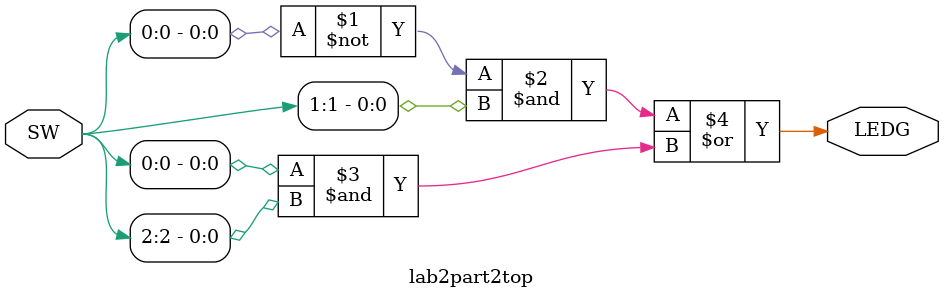
<source format=v>
module lab2part2top (input [2:0] SW, output LEDG);
	assign LEDG = (~SW[0] & SW[1]) | (SW[0] & SW[2]);
endmodule
</source>
